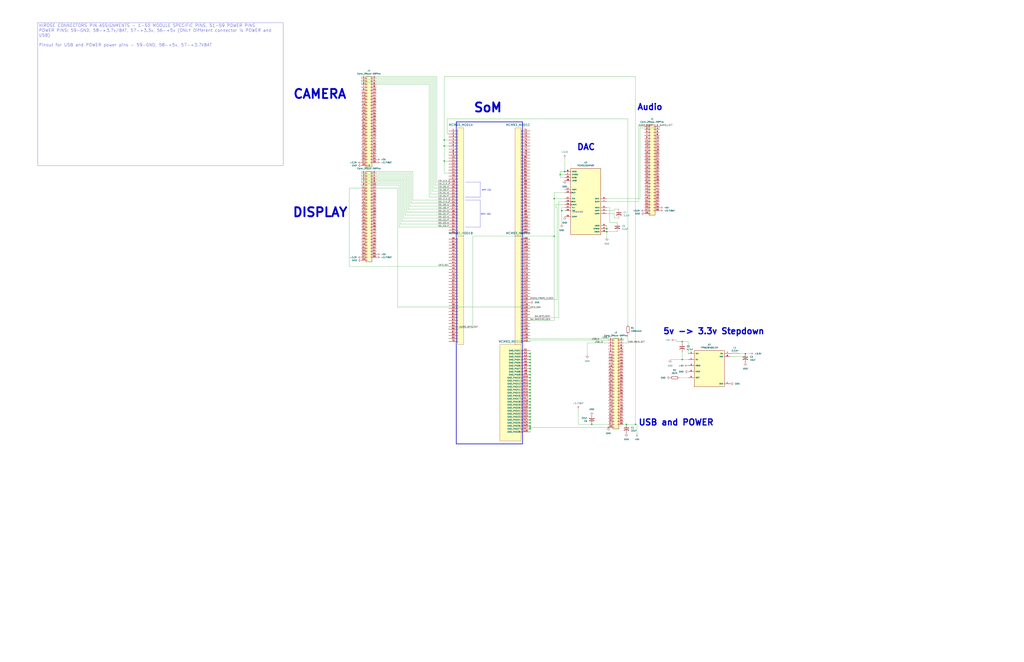
<source format=kicad_sch>
(kicad_sch (version 20250114) (generator "eeschema") (generator_version "9.0")
  (paper "User" 863.6 558.8)
  (lib_symbols
    (symbol "Connector_Generic:Conn_2Rows-59Pins" (pin_names (offset 1.016) (hide yes))
      (property "Reference" "J" (at 1.27 38.1 0))
      (property "Value" "Conn_2Rows-59Pins" (at 1.27 -40.64 0))
      (symbol "Conn_2Rows-59Pins_1_1"
        (pin passive line (at -5.08 35.56 0) (length 3.81) (name "Pin_1") (number "1"))
        (pin passive line (at -5.08 33.02 0) (length 3.81) (name "Pin_3") (number "3"))
        (pin passive line (at -5.08 30.48 0) (length 3.81) (name "Pin_5") (number "5"))
        (pin passive line (at -5.08 27.94 0) (length 3.81) (name "Pin_7") (number "7"))
        (pin passive line (at -5.08 25.4 0) (length 3.81) (name "Pin_9") (number "9"))
        (pin passive line (at -5.08 22.86 0) (length 3.81) (name "Pin_11") (number "11"))
        (pin passive line (at -5.08 20.32 0) (length 3.81) (name "Pin_13") (number "13"))
        (pin passive line (at -5.08 17.78 0) (length 3.81) (name "Pin_15") (number "15"))
        (pin passive line (at -5.08 15.24 0) (length 3.81) (name "Pin_17") (number "17"))
        (pin passive line (at -5.08 12.7 0) (length 3.81) (name "Pin_19") (number "19"))
        (pin passive line (at -5.08 10.16 0) (length 3.81) (name "Pin_21") (number "21"))
        (pin passive line (at -5.08 7.62 0) (length 3.81) (name "Pin_23") (number "23"))
        (pin passive line (at -5.08 5.08 0) (length 3.81) (name "Pin_25") (number "25"))
        (pin passive line (at -5.08 2.54 0) (length 3.81) (name "Pin_27") (number "27"))
        (pin passive line (at -5.08 0 0) (length 3.81) (name "Pin_29") (number "29"))
        (pin passive line (at -5.08 -2.54 0) (length 3.81) (name "Pin_31") (number "31"))
        (pin passive line (at -5.08 -5.08 0) (length 3.81) (name "Pin_33") (number "33"))
        (pin passive line (at -5.08 -7.62 0) (length 3.81) (name "Pin_35") (number "35"))
        (pin passive line (at -5.08 -10.16 0) (length 3.81) (name "Pin_37") (number "37"))
        (pin passive line (at -5.08 -12.7 0) (length 3.81) (name "Pin_39") (number "39"))
        (pin passive line (at -5.08 -15.24 0) (length 3.81) (name "Pin_41") (number "41"))
        (pin passive line (at -5.08 -17.78 0) (length 3.81) (name "Pin_43") (number "43"))
        (pin passive line (at -5.08 -20.32 0) (length 3.81) (name "Pin_45") (number "45"))
        (pin passive line (at -5.08 -22.86 0) (length 3.81) (name "Pin_47") (number "47"))
        (pin passive line (at -5.08 -25.4 0) (length 3.81) (name "Pin_49") (number "49"))
        (pin passive line (at -5.08 -27.94 0) (length 3.81) (name "Pin_51") (number "51"))
        (pin passive line (at -5.08 -30.48 0) (length 3.81) (name "Pin_53") (number "53"))
        (pin passive line (at -5.08 -33.02 0) (length 3.81) (name "Pin_55") (number "55"))
        (pin passive line (at -5.08 -35.56 0) (length 3.81) (name "Pin_57") (number "57"))
        (pin passive line (at -5.08 -38.1 0) (length 3.81) (name "Pin_59") (number "59"))
        (pin passive line (at 7.62 35.56 180) (length 3.81) (name "Pin_2") (number "2"))
        (pin passive line (at 7.62 33.02 180) (length 3.81) (name "Pin_4") (number "4"))
        (pin passive line (at 7.62 30.48 180) (length 3.81) (name "Pin_6") (number "6"))
        (pin passive line (at 7.62 27.94 180) (length 3.81) (name "Pin_8") (number "8"))
        (pin passive line (at 7.62 25.4 180) (length 3.81) (name "Pin_10") (number "10"))
        (pin passive line (at 7.62 22.86 180) (length 3.81) (name "Pin_12") (number "12"))
        (pin passive line (at 7.62 20.32 180) (length 3.81) (name "Pin_14") (number "14"))
        (pin passive line (at 7.62 17.78 180) (length 3.81) (name "Pin_16") (number "16"))
        (pin passive line (at 7.62 15.24 180) (length 3.81) (name "Pin_18") (number "18"))
        (pin passive line (at 7.62 12.7 180) (length 3.81) (name "Pin_20") (number "20"))
        (pin passive line (at 7.62 10.16 180) (length 3.81) (name "Pin_22") (number "22"))
        (pin passive line (at 7.62 7.62 180) (length 3.81) (name "Pin_24") (number "24"))
        (pin passive line (at 7.62 5.08 180) (length 3.81) (name "Pin_26") (number "26"))
        (pin passive line (at 7.62 2.54 180) (length 3.81) (name "Pin_28") (number "28"))
        (pin passive line (at 7.62 0 180) (length 3.81) (name "Pin_30") (number "30"))
        (pin passive line (at 7.62 -2.54 180) (length 3.81) (name "Pin_32") (number "32"))
        (pin passive line (at 7.62 -5.08 180) (length 3.81) (name "Pin_34") (number "34"))
        (pin passive line (at 7.62 -7.62 180) (length 3.81) (name "Pin_36") (number "36"))
        (pin passive line (at 7.62 -10.16 180) (length 3.81) (name "Pin_38") (number "38"))
        (pin passive line (at 7.62 -12.7 180) (length 3.81) (name "Pin_40") (number "40"))
        (pin passive line (at 7.62 -15.24 180) (length 3.81) (name "Pin_42") (number "42"))
        (pin passive line (at 7.62 -17.78 180) (length 3.81) (name "Pin_44") (number "44"))
        (pin passive line (at 7.62 -20.32 180) (length 3.81) (name "Pin_46") (number "46"))
        (pin passive line (at 7.62 -22.86 180) (length 3.81) (name "Pin_48") (number "48"))
        (pin passive line (at 7.62 -25.4 180) (length 3.81) (name "Pin_50") (number "50"))
        (pin passive line (at 7.62 -27.94 180) (length 3.81) (name "Pin_52") (number "52"))
        (pin passive line (at 7.62 -30.48 180) (length 3.81) (name "Pin_54") (number "54"))
        (pin passive line (at 7.62 -33.02 180) (length 3.81) (name "Pin_56") (number "56"))
        (pin passive line (at 7.62 -35.56 180) (length 3.81) (name "Pin_58") (number "58"))
      )
    )
    (symbol "Device:C_US" (pin_numbers (hide yes)) (pin_names (offset 0.254) (hide yes))
      (property "Reference" "C" (at 0.635 2.54 0))
      (property "Value" "C_US" (at 0.635 -2.54 0))
      (symbol "C_US_1_1"
        (pin passive line (at 0 3.81 270) (length 2.794) (name "~") (number "1"))
        (pin passive line (at 0 -3.81 90) (length 3.302) (name "~") (number "2"))
      )
    )
    (symbol "Device:L" (pin_numbers (hide yes)) (pin_names (offset 1.016) (hide yes))
      (property "Reference" "L" (at -1.27 0 90))
      (property "Value" "L" (at 1.905 0 90))
      (symbol "L_1_1"
        (pin passive line (at 0 3.81 270) (length 1.27) (name "1") (number "1"))
        (pin passive line (at 0 -3.81 90) (length 1.27) (name "2") (number "2"))
      )
    )
    (symbol "Device:R" (pin_numbers (hide yes)) (pin_names (offset 0))
      (property "Reference" "R" (at 2.032 0 90))
      (property "Value" "R" (at 0 0 90))
      (symbol "R_1_1"
        (pin passive line (at 0 3.81 270) (length 1.27) (name "~") (number "1"))
        (pin passive line (at 0 -3.81 90) (length 1.27) (name "~") (number "2"))
      )
    )
    (symbol "PCM5102APWR:PCM5102APWR" (pin_names (offset 1.016))
      (property "Reference" "U" (at -12.7 28.94 0))
      (property "Value" "PCM5102APWR" (at -12.7 -30.48 0))
      (symbol "PCM5102APWR_0_0"
        (pin power_in line (at -17.78 25.4 0) (length 5.08) (name "AVDD") (number "8"))
        (pin power_in line (at -17.78 22.86 0) (length 5.08) (name "CPVDD") (number "1"))
        (pin power_in line (at -17.78 20.32 0) (length 5.08) (name "DVDD") (number "20"))
        (pin power_in line (at -17.78 17.78 0) (length 5.08) (name "LDOO") (number "18"))
        (pin input line (at -17.78 10.16 0) (length 5.08) (name "XSMT") (number "17"))
        (pin input clock (at -17.78 7.62 0) (length 5.08) (name "SCK") (number "12"))
        (pin input line (at -17.78 2.54 0) (length 5.08) (name "DIN") (number "14"))
        (pin input clock (at -17.78 0 0) (length 5.08) (name "BCK") (number "13"))
        (pin input clock (at -17.78 -2.54 0) (length 5.08) (name "LRCK") (number "15"))
        (pin input line (at -17.78 -5.08 0) (length 5.08) (name "FLT") (number "11"))
        (pin input line (at -17.78 -7.62 0) (length 5.08) (name "FMT") (number "16"))
        (pin input line (at -17.78 -12.7 0) (length 5.08) (name "DEMP") (number "10"))
        (pin output line (at 17.78 2.54 180) (length 5.08) (name "OUTL") (number "6"))
        (pin output line (at 17.78 0 180) (length 5.08) (name "OUTR") (number "7"))
        (pin output line (at 17.78 -5.08 180) (length 5.08) (name "VNEG") (number "5"))
        (pin passive line (at 17.78 -7.62 180) (length 5.08) (name "CAPP") (number "2"))
        (pin passive line (at 17.78 -10.16 180) (length 5.08) (name "CAPM") (number "4"))
        (pin power_in line (at 17.78 -20.32 180) (length 5.08) (name "AGND") (number "9"))
        (pin power_in line (at 17.78 -22.86 180) (length 5.08) (name "CPGND") (number "3"))
        (pin power_in line (at 17.78 -25.4 180) (length 5.08) (name "DGND") (number "19"))
      )
    )
    (symbol "TPS62840DLCR:TPS62840DLCR" (pin_names (offset 1.016))
      (property "Reference" "U" (at -12.7 16.24 0))
      (property "Value" "TPS62840DLCR" (at -12.7 -19.24 0))
      (symbol "TPS62840DLCR_0_0"
        (pin power_in line (at -17.78 12.7 0) (length 5.08) (name "VIN") (number "2"))
        (pin input line (at -17.78 7.62 0) (length 5.08) (name "EN") (number "4"))
        (pin input line (at -17.78 2.54 0) (length 5.08) (name "MODE") (number "3"))
        (pin input line (at -17.78 -2.54 0) (length 5.08) (name "STOP") (number "6"))
        (pin input line (at -17.78 -7.62 0) (length 5.08) (name "VSET") (number "5"))
        (pin power_in line (at 17.78 12.7 180) (length 5.08) (name "SW") (number "7"))
        (pin input line (at 17.78 10.16 180) (length 5.08) (name "VOS") (number "8"))
        (pin power_in line (at 17.78 -12.7 180) (length 5.08) (name "GND") (number "1"))
      )
    )
    (symbol "mcm-imx93:MCM93_MOD"
      (property "Reference" "MCM93_MOD" (at 0 0 0))
      (symbol "MCM93_MOD_1_0"
        (pin passive inverted (at 12.7 -2.54 180) (length 7.62) (name "1") (number "1"))
        (pin passive inverted (at 12.7 -5.08 180) (length 7.62) (name "2") (number "2"))
        (pin passive inverted (at 12.7 -7.62 180) (length 7.62) (name "3") (number "3"))
        (pin passive inverted (at 12.7 -10.16 180) (length 7.62) (name "4") (number "4"))
        (pin passive inverted (at 12.7 -12.7 180) (length 7.62) (name "5") (number "5"))
        (pin passive inverted (at 12.7 -15.24 180) (length 7.62) (name "6") (number "6"))
        (pin passive inverted (at 12.7 -17.78 180) (length 7.62) (name "7") (number "7"))
        (pin passive inverted (at 12.7 -20.32 180) (length 7.62) (name "8") (number "8"))
        (pin passive inverted (at 12.7 -22.86 180) (length 7.62) (name "9") (number "9"))
        (pin passive inverted (at 12.7 -25.4 180) (length 7.62) (name "10") (number "10"))
        (pin passive inverted (at 12.7 -27.94 180) (length 7.62) (name "11") (number "11"))
        (pin passive inverted (at 12.7 -30.48 180) (length 7.62) (name "12") (number "12"))
        (pin passive inverted (at 12.7 -33.02 180) (length 7.62) (name "13") (number "13"))
        (pin passive inverted (at 12.7 -35.56 180) (length 7.62) (name "14") (number "14"))
        (pin passive inverted (at 12.7 -38.1 180) (length 7.62) (name "15") (number "15"))
        (pin passive inverted (at 12.7 -40.64 180) (length 7.62) (name "16") (number "16"))
        (pin passive inverted (at 12.7 -43.18 180) (length 7.62) (name "17") (number "17"))
        (pin passive inverted (at 12.7 -45.72 180) (length 7.62) (name "18") (number "18"))
        (pin passive inverted (at 12.7 -48.26 180) (length 7.62) (name "19") (number "19"))
        (pin passive inverted (at 12.7 -50.8 180) (length 7.62) (name "20") (number "20"))
        (pin passive inverted (at 12.7 -53.34 180) (length 7.62) (name "21") (number "21"))
        (pin passive inverted (at 12.7 -55.88 180) (length 7.62) (name "22") (number "22"))
        (pin passive inverted (at 12.7 -58.42 180) (length 7.62) (name "23") (number "23"))
        (pin passive inverted (at 12.7 -60.96 180) (length 7.62) (name "24") (number "24"))
        (pin passive inverted (at 12.7 -63.5 180) (length 7.62) (name "25") (number "25"))
        (pin passive inverted (at 12.7 -66.04 180) (length 7.62) (name "26") (number "26"))
        (pin passive inverted (at 12.7 -68.58 180) (length 7.62) (name "27") (number "27"))
        (pin passive inverted (at 12.7 -71.12 180) (length 7.62) (name "28") (number "28"))
        (pin passive inverted (at 12.7 -73.66 180) (length 7.62) (name "29") (number "29"))
        (pin passive inverted (at 12.7 -76.2 180) (length 7.62) (name "30") (number "30"))
        (pin passive inverted (at 12.7 -78.74 180) (length 7.62) (name "31") (number "31"))
        (pin passive inverted (at 12.7 -81.28 180) (length 7.62) (name "32") (number "32"))
        (pin passive inverted (at 12.7 -83.82 180) (length 7.62) (name "33") (number "33"))
        (pin passive inverted (at 12.7 -86.36 180) (length 7.62) (name "34") (number "34"))
        (pin passive inverted (at 12.7 -88.9 180) (length 7.62) (name "35") (number "35"))
      )
      (symbol "MCM93_MOD_2_0"
        (pin passive inverted (at 12.7 -2.54 180) (length 7.62) (name "1") (number "36"))
        (pin passive inverted (at 12.7 -5.08 180) (length 7.62) (name "2") (number "37"))
        (pin passive inverted (at 12.7 -7.62 180) (length 7.62) (name "3") (number "38"))
        (pin passive inverted (at 12.7 -10.16 180) (length 7.62) (name "4") (number "39"))
        (pin passive inverted (at 12.7 -12.7 180) (length 7.62) (name "5") (number "40"))
        (pin passive inverted (at 12.7 -15.24 180) (length 7.62) (name "6") (number "41"))
        (pin passive inverted (at 12.7 -17.78 180) (length 7.62) (name "7") (number "42"))
        (pin passive inverted (at 12.7 -20.32 180) (length 7.62) (name "8") (number "43"))
        (pin passive inverted (at 12.7 -22.86 180) (length 7.62) (name "9") (number "44"))
        (pin passive inverted (at 12.7 -25.4 180) (length 7.62) (name "10") (number "45"))
        (pin passive inverted (at 12.7 -27.94 180) (length 7.62) (name "11") (number "46"))
        (pin passive inverted (at 12.7 -30.48 180) (length 7.62) (name "12") (number "47"))
        (pin passive inverted (at 12.7 -33.02 180) (length 7.62) (name "13") (number "48"))
        (pin passive inverted (at 12.7 -35.56 180) (length 7.62) (name "14") (number "49"))
        (pin passive inverted (at 12.7 -38.1 180) (length 7.62) (name "15") (number "50"))
        (pin passive inverted (at 12.7 -40.64 180) (length 7.62) (name "16") (number "51"))
        (pin passive inverted (at 12.7 -43.18 180) (length 7.62) (name "17") (number "52"))
        (pin passive inverted (at 12.7 -45.72 180) (length 7.62) (name "18") (number "53"))
        (pin passive inverted (at 12.7 -48.26 180) (length 7.62) (name "19") (number "54"))
        (pin passive inverted (at 12.7 -50.8 180) (length 7.62) (name "20") (number "55"))
        (pin passive inverted (at 12.7 -53.34 180) (length 7.62) (name "21") (number "56"))
        (pin passive inverted (at 12.7 -55.88 180) (length 7.62) (name "22") (number "57"))
        (pin passive inverted (at 12.7 -58.42 180) (length 7.62) (name "23") (number "58"))
        (pin passive inverted (at 12.7 -60.96 180) (length 7.62) (name "24") (number "59"))
        (pin passive inverted (at 12.7 -63.5 180) (length 7.62) (name "25") (number "60"))
        (pin passive inverted (at 12.7 -66.04 180) (length 7.62) (name "26") (number "61"))
        (pin passive inverted (at 12.7 -68.58 180) (length 7.62) (name "27") (number "62"))
        (pin passive inverted (at 12.7 -71.12 180) (length 7.62) (name "28") (number "63"))
        (pin passive inverted (at 12.7 -73.66 180) (length 7.62) (name "29") (number "64"))
        (pin passive inverted (at 12.7 -76.2 180) (length 7.62) (name "30") (number "65"))
        (pin passive inverted (at 12.7 -78.74 180) (length 7.62) (name "31") (number "66"))
        (pin passive inverted (at 12.7 -81.28 180) (length 7.62) (name "32") (number "67"))
        (pin passive inverted (at 12.7 -83.82 180) (length 7.62) (name "33") (number "68"))
        (pin passive inverted (at 12.7 -86.36 180) (length 7.62) (name "34") (number "69"))
        (pin passive inverted (at 12.7 -88.9 180) (length 7.62) (name "35") (number "70"))
      )
      (symbol "MCM93_MOD_3_0"
        (pin passive inverted (at 12.7 -2.54 180) (length 7.62) (name "1") (number "71"))
        (pin passive inverted (at 12.7 -5.08 180) (length 7.62) (name "2") (number "72"))
        (pin passive inverted (at 12.7 -7.62 180) (length 7.62) (name "3") (number "73"))
        (pin passive inverted (at 12.7 -10.16 180) (length 7.62) (name "4") (number "74"))
        (pin passive inverted (at 12.7 -12.7 180) (length 7.62) (name "5") (number "75"))
        (pin passive inverted (at 12.7 -15.24 180) (length 7.62) (name "6") (number "76"))
        (pin passive inverted (at 12.7 -17.78 180) (length 7.62) (name "7") (number "77"))
        (pin passive inverted (at 12.7 -20.32 180) (length 7.62) (name "8") (number "78"))
        (pin passive inverted (at 12.7 -22.86 180) (length 7.62) (name "9") (number "79"))
        (pin passive inverted (at 12.7 -25.4 180) (length 7.62) (name "10") (number "80"))
        (pin passive inverted (at 12.7 -27.94 180) (length 7.62) (name "11") (number "81"))
        (pin passive inverted (at 12.7 -30.48 180) (length 7.62) (name "12") (number "82"))
        (pin passive inverted (at 12.7 -33.02 180) (length 7.62) (name "13") (number "83"))
        (pin passive inverted (at 12.7 -35.56 180) (length 7.62) (name "14") (number "84"))
        (pin passive inverted (at 12.7 -38.1 180) (length 7.62) (name "15") (number "85"))
        (pin passive inverted (at 12.7 -40.64 180) (length 7.62) (name "16") (number "86"))
        (pin passive inverted (at 12.7 -43.18 180) (length 7.62) (name "17") (number "87"))
        (pin passive inverted (at 12.7 -45.72 180) (length 7.62) (name "18") (number "88"))
        (pin passive inverted (at 12.7 -48.26 180) (length 7.62) (name "19") (number "89"))
        (pin passive inverted (at 12.7 -50.8 180) (length 7.62) (name "20") (number "90"))
        (pin passive inverted (at 12.7 -53.34 180) (length 7.62) (name "21") (number "91"))
        (pin passive inverted (at 12.7 -55.88 180) (length 7.62) (name "22") (number "92"))
        (pin passive inverted (at 12.7 -58.42 180) (length 7.62) (name "23") (number "93"))
        (pin passive inverted (at 12.7 -60.96 180) (length 7.62) (name "24") (number "94"))
        (pin passive inverted (at 12.7 -63.5 180) (length 7.62) (name "25") (number "95"))
        (pin passive inverted (at 12.7 -66.04 180) (length 7.62) (name "26") (number "96"))
        (pin passive inverted (at 12.7 -68.58 180) (length 7.62) (name "27") (number "97"))
        (pin passive inverted (at 12.7 -71.12 180) (length 7.62) (name "28") (number "98"))
        (pin passive inverted (at 12.7 -73.66 180) (length 7.62) (name "29") (number "99"))
        (pin passive inverted (at 12.7 -76.2 180) (length 7.62) (name "30") (number "100"))
        (pin passive inverted (at 12.7 -78.74 180) (length 7.62) (name "31") (number "101"))
        (pin passive inverted (at 12.7 -81.28 180) (length 7.62) (name "32") (number "102"))
        (pin passive inverted (at 12.7 -83.82 180) (length 7.62) (name "33") (number "103"))
        (pin passive inverted (at 12.7 -86.36 180) (length 7.62) (name "34") (number "104"))
        (pin passive inverted (at 12.7 -88.9 180) (length 7.62) (name "35") (number "105"))
      )
      (symbol "MCM93_MOD_4_0"
        (pin passive inverted (at 12.7 -2.54 180) (length 7.62) (name "1") (number "106"))
        (pin passive inverted (at 12.7 -5.08 180) (length 7.62) (name "2") (number "107"))
        (pin passive inverted (at 12.7 -7.62 180) (length 7.62) (name "3") (number "108"))
        (pin passive inverted (at 12.7 -10.16 180) (length 7.62) (name "4") (number "109"))
        (pin passive inverted (at 12.7 -12.7 180) (length 7.62) (name "5") (number "110"))
        (pin passive inverted (at 12.7 -15.24 180) (length 7.62) (name "6") (number "111"))
        (pin passive inverted (at 12.7 -17.78 180) (length 7.62) (name "7") (number "112"))
        (pin passive inverted (at 12.7 -20.32 180) (length 7.62) (name "8") (number "113"))
        (pin passive inverted (at 12.7 -22.86 180) (length 7.62) (name "9") (number "114"))
        (pin passive inverted (at 12.7 -25.4 180) (length 7.62) (name "10") (number "115"))
        (pin passive inverted (at 12.7 -27.94 180) (length 7.62) (name "11") (number "116"))
        (pin passive inverted (at 12.7 -30.48 180) (length 7.62) (name "12") (number "117"))
        (pin passive inverted (at 12.7 -33.02 180) (length 7.62) (name "13") (number "118"))
        (pin passive inverted (at 12.7 -35.56 180) (length 7.62) (name "14") (number "119"))
        (pin passive inverted (at 12.7 -38.1 180) (length 7.62) (name "15") (number "120"))
        (pin passive inverted (at 12.7 -40.64 180) (length 7.62) (name "16") (number "121"))
        (pin passive inverted (at 12.7 -43.18 180) (length 7.62) (name "17") (number "122"))
        (pin passive inverted (at 12.7 -45.72 180) (length 7.62) (name "18") (number "123"))
        (pin passive inverted (at 12.7 -48.26 180) (length 7.62) (name "19") (number "124"))
        (pin passive inverted (at 12.7 -50.8 180) (length 7.62) (name "20") (number "125"))
        (pin passive inverted (at 12.7 -53.34 180) (length 7.62) (name "21") (number "126"))
        (pin passive inverted (at 12.7 -55.88 180) (length 7.62) (name "22") (number "127"))
        (pin passive inverted (at 12.7 -58.42 180) (length 7.62) (name "23") (number "128"))
        (pin passive inverted (at 12.7 -60.96 180) (length 7.62) (name "24") (number "129"))
        (pin passive inverted (at 12.7 -63.5 180) (length 7.62) (name "25") (number "130"))
        (pin passive inverted (at 12.7 -66.04 180) (length 7.62) (name "26") (number "131"))
        (pin passive inverted (at 12.7 -68.58 180) (length 7.62) (name "27") (number "132"))
        (pin passive inverted (at 12.7 -71.12 180) (length 7.62) (name "28") (number "133"))
        (pin passive inverted (at 12.7 -73.66 180) (length 7.62) (name "29") (number "134"))
        (pin passive inverted (at 12.7 -76.2 180) (length 7.62) (name "30") (number "135"))
        (pin passive inverted (at 12.7 -78.74 180) (length 7.62) (name "31") (number "136"))
        (pin passive inverted (at 12.7 -81.28 180) (length 7.62) (name "32") (number "137"))
        (pin passive inverted (at 12.7 -83.82 180) (length 7.62) (name "33") (number "138"))
        (pin passive inverted (at 12.7 -86.36 180) (length 7.62) (name "34") (number "139"))
        (pin passive inverted (at 12.7 -88.9 180) (length 7.62) (name "35") (number "140"))
      )
      (symbol "MCM93_MOD_5_0"
        (pin passive inverted (at 25.4 -5.08 180) (length 7.62) (name "GND_PAD1") (number "G1"))
        (pin passive inverted (at 25.4 -7.62 180) (length 7.62) (name "GND_PAD2") (number "G2"))
        (pin passive inverted (at 25.4 -10.16 180) (length 7.62) (name "GND_PAD3") (number "G3"))
        (pin passive inverted (at 25.4 -12.7 180) (length 7.62) (name "GND_PAD4") (number "G4"))
        (pin passive inverted (at 25.4 -15.24 180) (length 7.62) (name "GND_PAD5") (number "G5"))
        (pin passive inverted (at 25.4 -17.78 180) (length 7.62) (name "GND_PAD6") (number "G6"))
        (pin passive inverted (at 25.4 -20.32 180) (length 7.62) (name "GND_PAD7") (number "G7"))
        (pin passive inverted (at 25.4 -22.86 180) (length 7.62) (name "GND_PAD8") (number "G8"))
        (pin passive inverted (at 25.4 -25.4 180) (length 7.62) (name "GND_PAD9") (number "G9"))
        (pin passive inverted (at 25.4 -27.94 180) (length 7.62) (name "GND_PAD10") (number "G10"))
        (pin passive inverted (at 25.4 -30.48 180) (length 7.62) (name "GND_PAD11") (number "G11"))
        (pin passive inverted (at 25.4 -33.02 180) (length 7.62) (name "GND_PAD12") (number "G12"))
        (pin passive inverted (at 25.4 -35.56 180) (length 7.62) (name "GND_PAD13") (number "G13"))
        (pin passive inverted (at 25.4 -38.1 180) (length 7.62) (name "GND_PAD14") (number "G14"))
        (pin passive inverted (at 25.4 -40.64 180) (length 7.62) (name "GND_PAD15") (number "G15"))
        (pin passive inverted (at 25.4 -43.18 180) (length 7.62) (name "GND_PAD16") (number "G16"))
        (pin passive inverted (at 25.4 -45.72 180) (length 7.62) (name "GND_PAD17") (number "G17"))
        (pin passive inverted (at 25.4 -48.26 180) (length 7.62) (name "GND_PAD18") (number "G18"))
        (pin passive inverted (at 25.4 -50.8 180) (length 7.62) (name "GND_PAD19") (number "G19"))
        (pin passive inverted (at 25.4 -53.34 180) (length 7.62) (name "GND_PAD20") (number "G20"))
        (pin passive inverted (at 25.4 -55.88 180) (length 7.62) (name "GND_PAD21") (number "G21"))
        (pin passive inverted (at 25.4 -58.42 180) (length 7.62) (name "GND_PAD22") (number "G22"))
        (pin passive inverted (at 25.4 -60.96 180) (length 7.62) (name "GND_PAD23") (number "G23"))
        (pin passive inverted (at 25.4 -63.5 180) (length 7.62) (name "GND_PAD24") (number "G24"))
        (pin passive inverted (at 25.4 -66.04 180) (length 7.62) (name "GND_PAD25") (number "G25"))
        (pin passive inverted (at 25.4 -68.58 180) (length 7.62) (name "GND_PAD26") (number "G26"))
        (pin passive inverted (at 25.4 -71.12 180) (length 7.62) (name "GND_PAD27") (number "G27"))
        (pin passive inverted (at 25.4 -73.66 180) (length 7.62) (name "GND_PAD28") (number "G28"))
      )
    )
    (symbol "power:+3.3V" (power) (pin_numbers (hide yes)) (pin_names (offset 0) (hide yes))
      (property "Value" "+3.3V" (at 0 3.556 0))
      (symbol "+3.3V_1_1"
        (pin power_in line (at 0 0 90) (length 0) (name "~") (number "1"))
      )
    )
    (symbol "power:+5V" (power) (pin_numbers (hide yes)) (pin_names (offset 0) (hide yes))
      (property "Value" "+5V" (at 0 3.556 0))
      (symbol "+5V_1_1"
        (pin power_in line (at 0 0 90) (length 0) (name "~") (number "1"))
      )
    )
    (symbol "power:GND" (power) (pin_numbers (hide yes)) (pin_names (offset 0) (hide yes))
      (property "Value" "GND" (at 0 -3.81 0))
      (symbol "GND_1_1"
        (pin power_in line (at 0 0 270) (length 0) (name "~") (number "1"))
      )
    )
  )
  (rectangle (start 384.81 102.87) (end 440.69 374.65) (stroke (width 0.508)))
  (text "MIPI CSI" (at 410.21 160.528 0) (effects (font (size 1.27 1.27))))
  (text "DAC" (at 494.284 124.206 0) (effects (font (size 5.08 5.08) (thickness 1.016) (bold yes))))
  (text "SoM" (at 411.48 90.932 0) (effects (font (size 7.62 7.62) (thickness 1.524) (bold yes))))
  (text "MIPI-DSI" (at 409.702 180.848 0) (effects (font (size 1.27 1.27))))
  (text "5v -> 3.3v Stepdown" (at 601.98 279.654 0) (effects (font (size 5.08 5.08) (thickness 1.016) (bold yes))))
  (text "USB and POWER" (at 570.23 356.616 0) (effects (font (size 5.08 5.08) (thickness 1.016) (bold yes))))
  (text "Audio" (at 548.132 90.424 0) (effects (font (size 5.08 5.08) (thickness 1.016) (bold yes))))
  (text "Low to get I2C Format" (at 487.172 179.07 0) (effects (font (size 0.508 0.508))))
  (text "DISPLAY" (at 270.002 179.324 0) (effects (font (size 7.62 7.62) (thickness 1.524) (bold yes))))
  (text "CAMERA" (at 269.748 79.502 0) (effects (font (size 7.62 7.62) (thickness 1.524) (bold yes))))
  (text_box "HIROSE CONNECTORS PIN ASSIGNMENTS - 1-50 MODULE SPECIFIC PINS, 51-59 POWER PINS\nPOWER PINS: 59-GND, 58-+3.7v/BAT, 57-+3.3v, 56-+5v (ONLY Different connector is POWER and USB)\n\nPinout for USB and POWER power pins - 59-GND, 58-+5v, 57-+3.7VBAT" (at 31.75 19.05 0) (size 207.01 120.65) (margins 0.9525 0.9525 0.9525 0.9525) (effects (font (size 2.54 2.54)) (justify left top)))
  (junction (at 447.04 306.07))
  (junction (at 628.65 298.45))
  (junction (at 447.04 323.85))
  (junction (at 467.36 199.39))
  (junction (at 499.11 358.14))
  (junction (at 374.65 123.19))
  (junction (at 447.04 321.31))
  (junction (at 447.04 354.33))
  (junction (at 513.08 360.68))
  (junction (at 447.04 303.53))
  (junction (at 535.94 358.14))
  (junction (at 447.04 300.99))
  (junction (at 511.81 193.04))
  (junction (at 575.31 288.29))
  (junction (at 447.04 359.41))
  (junction (at 447.04 311.15))
  (junction (at 447.04 341.63))
  (junction (at 447.04 318.77))
  (junction (at 447.04 328.93))
  (junction (at 528.32 358.14))
  (junction (at 473.71 177.8))
  (junction (at 467.36 167.64))
  (junction (at 447.04 334.01))
  (junction (at 447.04 331.47))
  (junction (at 447.04 313.69))
  (junction (at 447.04 344.17))
  (junction (at 511.81 195.58))
  (junction (at 374.65 118.11))
  (junction (at 447.04 360.68))
  (junction (at 447.04 316.23))
  (junction (at 447.04 346.71))
  (junction (at 447.04 356.87))
  (junction (at 447.04 351.79))
  (junction (at 476.25 144.78))
  (junction (at 447.04 361.95))
  (junction (at 447.04 339.09))
  (junction (at 575.31 303.53))
  (junction (at 447.04 326.39))
  (junction (at 447.04 336.55))
  (junction (at 447.04 349.25))
  (junction (at 447.04 308.61))
  (junction (at 374.65 135.89))
  (junction (at 447.04 298.45))
  (junction (at 472.44 147.32))
  (wire (pts (xy 378.46 173.99) (xy 345.44 173.99)))
  (wire (pts (xy 447.04 295.91) (xy 447.04 298.45)))
  (wire (pts (xy 535.94 64.77) (xy 535.94 358.14)))
  (wire (pts (xy 539.75 107.95) (xy 556.26 107.95)))
  (wire (pts (xy 518.16 184.15) (xy 521.97 184.15)))
  (wire (pts (xy 447.04 259.08) (xy 335.28 259.08)))
  (wire (pts (xy 447.04 321.31) (xy 447.04 323.85)))
  (wire (pts (xy 447.04 359.41) (xy 447.04 360.68)))
  (wire (pts (xy 447.04 267.97) (xy 471.17 267.97)))
  (wire (pts (xy 528.32 358.14) (xy 535.94 358.14)))
  (wire (pts (xy 317.5 68.58) (xy 364.49 68.58)))
  (wire (pts (xy 568.96 287.02) (xy 570.23 287.02)))
  (wire (pts (xy 518.16 177.8) (xy 518.16 176.53)))
  (wire (pts (xy 447.04 346.71) (xy 447.04 349.25)))
  (wire (pts (xy 378.46 118.11) (xy 374.65 118.11)))
  (wire (pts (xy 294.64 158.75) (xy 304.8 158.75)))
  (wire (pts (xy 337.82 189.23) (xy 378.46 189.23)))
  (wire (pts (xy 367.03 156.21) (xy 367.03 66.04)))
  (wire (pts (xy 447.04 311.15) (xy 447.04 313.69)))
  (wire (pts (xy 467.36 167.64) (xy 476.25 167.64)))
  (wire (pts (xy 469.9 252.73) (xy 469.9 175.26)))
  (wire (pts (xy 365.76 158.75) (xy 378.46 158.75)))
  (wire (pts (xy 471.17 267.97) (xy 471.17 170.18)))
  (wire (pts (xy 342.9 149.86) (xy 304.8 149.86)))
  (wire (pts (xy 340.36 152.4) (xy 304.8 152.4)))
  (wire (pts (xy 447.04 287.02) (xy 447.04 288.29)))
  (wire (pts (xy 304.8 149.86) (xy 304.8 151.13)))
  (wire (pts (xy 525.78 287.02) (xy 525.78 285.75)))
  (wire (pts (xy 377.19 100.33) (xy 377.19 113.03)))
  (wire (pts (xy 538.48 170.18) (xy 538.48 106.68)))
  (wire (pts (xy 378.46 146.05) (xy 374.65 146.05)))
  (polyline (pts (xy 392.43 153.67) (xy 405.13 153.67)))
  (wire (pts (xy 476.25 175.26) (xy 473.71 175.26)))
  (wire (pts (xy 537.21 365.76) (xy 537.21 358.14)))
  (wire (pts (xy 341.63 151.13) (xy 341.63 181.61)))
  (wire (pts (xy 487.68 345.44) (xy 487.68 358.14)))
  (wire (pts (xy 471.17 170.18) (xy 476.25 170.18)))
  (wire (pts (xy 447.04 316.23) (xy 447.04 318.77)))
  (wire (pts (xy 374.65 64.77) (xy 535.94 64.77)))
  (wire (pts (xy 472.44 144.78) (xy 476.25 144.78)))
  (wire (pts (xy 447.04 351.79) (xy 447.04 354.33)))
  (wire (pts (xy 304.8 152.4) (xy 304.8 153.67)))
  (wire (pts (xy 556.26 107.95) (xy 556.26 106.68)))
  (wire (pts (xy 374.65 123.19) (xy 374.65 135.89)))
  (wire (pts (xy 476.25 162.56) (xy 467.36 162.56)))
  (wire (pts (xy 570.23 288.29) (xy 575.31 288.29)))
  (wire (pts (xy 378.46 171.45) (xy 346.71 171.45)))
  (wire (pts (xy 447.04 326.39) (xy 447.04 328.93)))
  (wire (pts (xy 628.65 298.45) (xy 632.46 298.45)))
  (wire (pts (xy 447.04 360.68) (xy 447.04 361.95)))
  (wire (pts (xy 575.31 303.53) (xy 580.39 303.53)))
  (polyline (pts (xy 405.13 168.91) (xy 405.13 191.77)))
  (wire (pts (xy 529.59 289.56) (xy 529.59 281.94)))
  (wire (pts (xy 447.04 323.85) (xy 447.04 326.39)))
  (wire (pts (xy 368.3 64.77) (xy 304.8 64.77)))
  (wire (pts (xy 525.78 289.56) (xy 529.59 289.56)))
  (wire (pts (xy 317.5 151.13) (xy 341.63 151.13)))
  (wire (pts (xy 467.36 162.56) (xy 467.36 167.64)))
  (wire (pts (xy 374.65 118.11) (xy 374.65 123.19)))
  (wire (pts (xy 374.65 135.89) (xy 374.65 146.05)))
  (wire (pts (xy 570.23 287.02) (xy 570.23 288.29)))
  (wire (pts (xy 447.04 349.25) (xy 447.04 351.79)))
  (polyline (pts (xy 405.13 153.67) (xy 405.13 166.37)))
  (wire (pts (xy 378.46 153.67) (xy 368.3 153.67)))
  (wire (pts (xy 472.44 147.32) (xy 472.44 144.78)))
  (wire (pts (xy 513.08 358.14) (xy 499.11 358.14)))
  (wire (pts (xy 340.36 184.15) (xy 340.36 152.4)))
  (wire (pts (xy 476.25 133.35) (xy 476.25 144.78)))
  (wire (pts (xy 539.75 167.64) (xy 539.75 107.95)))
  (wire (pts (xy 398.78 276.86) (xy 398.78 199.39)))
  (wire (pts (xy 304.8 64.77) (xy 304.8 66.04)))
  (wire (pts (xy 447.04 336.55) (xy 447.04 339.09)))
  (wire (pts (xy 344.17 148.59) (xy 317.5 148.59)))
  (wire (pts (xy 344.17 176.53) (xy 344.17 148.59)))
  (wire (pts (xy 447.04 318.77) (xy 447.04 321.31)))
  (wire (pts (xy 368.3 153.67) (xy 368.3 64.77)))
  (wire (pts (xy 447.04 331.47) (xy 447.04 334.01)))
  (wire (pts (xy 518.16 176.53) (xy 521.97 176.53)))
  (wire (pts (xy 615.95 300.99) (xy 628.65 300.99)))
  (wire (pts (xy 378.46 176.53) (xy 344.17 176.53)))
  (wire (pts (xy 447.04 334.01) (xy 447.04 336.55)))
  (wire (pts (xy 377.19 113.03) (xy 378.46 113.03)))
  (wire (pts (xy 447.04 354.33) (xy 447.04 356.87)))
  (wire (pts (xy 335.28 259.08) (xy 335.28 158.75)))
  (wire (pts (xy 447.04 339.09) (xy 447.04 341.63)))
  (wire (pts (xy 511.81 175.26) (xy 514.35 175.26)))
  (wire (pts (xy 495.3 289.56) (xy 495.3 299.72)))
  (wire (pts (xy 513.08 289.56) (xy 495.3 289.56)))
  (wire (pts (xy 378.46 224.79) (xy 294.64 224.79)))
  (wire (pts (xy 476.25 149.86) (xy 472.44 149.86)))
  (wire (pts (xy 317.5 156.21) (xy 336.55 156.21)))
  (wire (pts (xy 304.8 144.78) (xy 304.8 146.05)))
  (wire (pts (xy 447.04 361.95) (xy 447.04 364.49)))
  (wire (pts (xy 378.46 123.19) (xy 374.65 123.19)))
  (wire (pts (xy 538.48 106.68) (xy 543.56 106.68)))
  (wire (pts (xy 447.04 328.93) (xy 447.04 331.47)))
  (wire (pts (xy 363.22 69.85) (xy 304.8 69.85)))
  (wire (pts (xy 447.04 360.68) (xy 513.08 360.68)))
  (wire (pts (xy 518.16 180.34) (xy 518.16 184.15)))
  (wire (pts (xy 363.22 163.83) (xy 378.46 163.83)))
  (wire (pts (xy 565.15 303.53) (xy 575.31 303.53)))
  (wire (pts (xy 469.9 252.73) (xy 447.04 252.73)))
  (wire (pts (xy 447.04 344.17) (xy 447.04 346.71)))
  (wire (pts (xy 447.04 303.53) (xy 447.04 306.07)))
  (wire (pts (xy 513.08 287.02) (xy 447.04 287.02)))
  (wire (pts (xy 447.04 298.45) (xy 447.04 300.99)))
  (wire (pts (xy 537.21 358.14) (xy 535.94 358.14)))
  (wire (pts (xy 367.03 156.21) (xy 378.46 156.21)))
  (wire (pts (xy 304.8 154.94) (xy 304.8 156.21)))
  (wire (pts (xy 339.09 153.67) (xy 339.09 186.69)))
  (wire (pts (xy 447.04 341.63) (xy 447.04 344.17)))
  (wire (pts (xy 335.28 158.75) (xy 317.5 158.75)))
  (wire (pts (xy 529.59 274.32) (xy 529.59 100.33)))
  (wire (pts (xy 575.31 288.29) (xy 575.31 289.56)))
  (wire (pts (xy 345.44 173.99) (xy 345.44 147.32)))
  (wire (pts (xy 378.46 184.15) (xy 340.36 184.15)))
  (wire (pts (xy 363.22 163.83) (xy 363.22 69.85)))
  (wire (pts (xy 575.31 297.18) (xy 575.31 303.53)))
  (wire (pts (xy 447.04 300.99) (xy 447.04 303.53)))
  (wire (pts (xy 304.8 147.32) (xy 304.8 148.59)))
  (wire (pts (xy 511.81 195.58) (xy 520.7 195.58)))
  (wire (pts (xy 499.11 358.14) (xy 487.68 358.14)))
  (wire (pts (xy 476.25 177.8) (xy 473.71 177.8)))
  (wire (pts (xy 447.04 308.61) (xy 447.04 311.15)))
  (wire (pts (xy 628.65 300.99) (xy 628.65 298.45)))
  (wire (pts (xy 572.77 318.77) (xy 580.39 318.77)))
  (wire (pts (xy 317.5 71.12) (xy 361.95 71.12)))
  (wire (pts (xy 472.44 147.32) (xy 476.25 147.32)))
  (wire (pts (xy 345.44 147.32) (xy 304.8 147.32)))
  (polyline (pts (xy 392.43 168.91) (xy 405.13 168.91)))
  (wire (pts (xy 361.95 71.12) (xy 361.95 166.37)))
  (polyline (pts (xy 392.43 166.37) (xy 405.13 166.37)))
  (wire (pts (xy 511.81 177.8) (xy 518.16 177.8)))
  (wire (pts (xy 317.5 153.67) (xy 339.09 153.67)))
  (wire (pts (xy 294.64 224.79) (xy 294.64 158.75)))
  (wire (pts (xy 361.95 166.37) (xy 378.46 166.37)))
  (wire (pts (xy 525.78 285.75) (xy 447.04 285.75)))
  (wire (pts (xy 514.35 187.96) (xy 520.7 187.96)))
  (wire (pts (xy 472.44 149.86) (xy 472.44 147.32)))
  (wire (pts (xy 346.71 171.45) (xy 346.71 146.05)))
  (wire (pts (xy 337.82 189.23) (xy 337.82 154.94)))
  (wire (pts (xy 364.49 161.29) (xy 378.46 161.29)))
  (wire (pts (xy 473.71 177.8) (xy 473.71 189.23)))
  (wire (pts (xy 378.46 135.89) (xy 374.65 135.89)))
  (wire (pts (xy 447.04 356.87) (xy 447.04 359.41)))
  (wire (pts (xy 347.98 144.78) (xy 304.8 144.78)))
  (wire (pts (xy 304.8 69.85) (xy 304.8 71.12)))
  (wire (pts (xy 467.36 199.39) (xy 467.36 270.51)))
  (wire (pts (xy 337.82 154.94) (xy 304.8 154.94)))
  (wire (pts (xy 473.71 175.26) (xy 473.71 177.8)))
  (wire (pts (xy 514.35 175.26) (xy 514.35 187.96)))
  (wire (pts (xy 364.49 68.58) (xy 364.49 161.29)))
  (wire (pts (xy 339.09 186.69) (xy 378.46 186.69)))
  (wire (pts (xy 529.59 100.33) (xy 377.19 100.33)))
  (wire (pts (xy 511.81 170.18) (xy 538.48 170.18)))
  (wire (pts (xy 468.63 175.26) (xy 468.63 172.72)))
  (wire (pts (xy 336.55 191.77) (xy 378.46 191.77)))
  (wire (pts (xy 378.46 276.86) (xy 398.78 276.86)))
  (wire (pts (xy 623.57 298.45) (xy 628.65 298.45)))
  (wire (pts (xy 469.9 175.26) (xy 468.63 175.26)))
  (wire (pts (xy 341.63 181.61) (xy 378.46 181.61)))
  (wire (pts (xy 365.76 67.31) (xy 304.8 67.31)))
  (wire (pts (xy 511.81 167.64) (xy 539.75 167.64)))
  (wire (pts (xy 365.76 158.75) (xy 365.76 67.31)))
  (wire (pts (xy 304.8 67.31) (xy 304.8 68.58)))
  (wire (pts (xy 447.04 306.07) (xy 447.04 308.61)))
  (wire (pts (xy 347.98 168.91) (xy 378.46 168.91)))
  (wire (pts (xy 511.81 180.34) (xy 518.16 180.34)))
  (wire (pts (xy 336.55 156.21) (xy 336.55 191.77)))
  (wire (pts (xy 511.81 193.04) (xy 511.81 195.58)))
  (wire (pts (xy 342.9 179.07) (xy 342.9 149.86)))
  (polyline (pts (xy 392.43 191.77) (xy 405.13 191.77)))
  (wire (pts (xy 511.81 190.5) (xy 511.81 193.04)))
  (wire (pts (xy 468.63 172.72) (xy 476.25 172.72)))
  (wire (pts (xy 374.65 64.77) (xy 374.65 118.11)))
  (wire (pts (xy 347.98 168.91) (xy 347.98 144.78)))
  (wire (pts (xy 447.04 313.69) (xy 447.04 316.23)))
  (wire (pts (xy 580.39 288.29) (xy 575.31 288.29)))
  (wire (pts (xy 467.36 167.64) (xy 467.36 199.39)))
  (wire (pts (xy 378.46 179.07) (xy 342.9 179.07)))
  (wire (pts (xy 447.04 260.35) (xy 447.04 259.08)))
  (wire (pts (xy 346.71 146.05) (xy 317.5 146.05)))
  (wire (pts (xy 367.03 66.04) (xy 317.5 66.04)))
  (wire (pts (xy 525.78 358.14) (xy 528.32 358.14)))
  (wire (pts (xy 378.46 278.13) (xy 378.46 276.86)))
  (wire (pts (xy 467.36 270.51) (xy 447.04 270.51)))
  (wire (pts (xy 398.78 199.39) (xy 467.36 199.39)))
  (wire (pts (xy 580.39 298.45) (xy 580.39 288.29)))
  (wire (pts (xy 511.81 195.58) (xy 511.81 200.66)))
  (label "SAI_MASTERCLOCK" (at 447.04 270.51 0))
  (label "USB_P" (at 508 285.75 0))
  (label "CSI_D1_P" (at 369.57 166.37 0))
  (label "CSI_D1_N" (at 369.57 163.83 0))
  (label "AUDIO_DATA_OUT" (at 387.35 276.86 0))
  (label "DSI_D1_N" (at 369.57 179.07 0))
  (label "CSI_CLK_N" (at 369.57 153.67 0))
  (label "DSI_D0_N" (at 369.57 173.99 0))
  (label "DSI_D3_N" (at 369.57 189.23 0))
  (label "USB_ID" (at 501.65 289.56 0))
  (label "CSI_CLK_P" (at 369.57 156.21 0))
  (label "DSI_D3_P" (at 369.57 191.77 0))
  (label "DSI_D2_P" (at 369.57 186.69 0))
  (label "DSI_D1_P" (at 369.57 181.61 0))
  (label "DSI_CLK_P" (at 369.57 171.45 0))
  (label "AUDIO_RIGHT" (at 538.48 106.68 0))
  (label "DSI_CLK_N" (at 369.57 168.91 0))
  (label "USB_VBUS_DET" (at 529.59 289.56 0))
  (label "USB_N" (at 499.11 287.02 0))
  (label "SAI_BITCLOCK" (at 450.85 267.97 0))
  (label "CSI_D0_N" (at 369.57 158.75 0))
  (label "DSI_D2_N" (at 369.57 184.15 0))
  (label "AUDIO_LEFT" (at 556.26 106.68 0))
  (label "AUDIO_FRAME_CLOCK" (at 447.04 252.73 0))
  (label "DSI_D0_P" (at 369.57 176.53 0))
  (label "I2C3_SCL" (at 369.57 224.79 0))
  (label "I2C3_SDA" (at 447.04 260.35 0))
  (label "CSI_D0_P" (at 369.57 161.29 0))
  (symbol (lib_id "power:GND") (at 304.8 219.71 270) (unit 1)
    (property "Reference" "#PWR022" (effects (hide yes)))
    (property "Value" "GND" (at 300.99 219.7099 90) (effects (justify right)))
    (property "Description" "Power symbol creates a global label with name \"GND\" , ground" (effects (hide yes)))
  )
  (symbol (lib_id "power:GND") (at 447.04 255.27 90) (unit 1)
    (property "Reference" "#PWR02" (effects (hide yes)))
    (property "Value" "GND" (at 450.85 255.2699 90) (effects (justify right)))
    (property "Description" "Power symbol creates a global label with name \"GND\" , ground" (effects (hide yes)))
  )
  (symbol (lib_id "Device:L") (at 619.76 298.45 90) (unit 1)
    (property "Reference" "L1" (at 619.76 293.37 90))
    (property "Value" "2.2uH" (at 619.76 295.91 90))
    (property "Footprint" "Inductor_SMD:L_0805_2012Metric" (effects (hide yes)))
    (property "Description" "Inductor" (effects (hide yes)))
  )
  (symbol (lib_id "Device:C_US") (at 521.97 180.34 0) (unit 1)
    (property "Reference" "C4" (at 525.78 179.3239 0) (effects (justify left)))
    (property "Value" "2.2uF" (at 525.78 181.8639 0) (effects (justify left)))
    (property "Footprint" "Capacitor_SMD:C_0805_2012Metric" (effects (hide yes)))
    (property "Description" "capacitor, US symbol" (effects (hide yes)))
  )
  (symbol (lib_id "Connector_Generic:Conn_2Rows-59Pins") (at 309.88 181.61 0) (unit 1)
    (property "Reference" "J5" (at 311.15 139.7 0))
    (property "Value" "Conn_2Rows-59Pins" (at 311.15 142.24 0))
    (property "Footprint" "Hirose_DF12_DF12E3.0-60DP-0.5V_2x30_P0.50mm_Vertical" (effects (hide yes)))
    (property "Description" "Generic connector, double row, 59 pins, odd/even pin numbering scheme (row 1 odd numbers, row 2 even numbers), script generated (kicad-library-utils/schlib/autogen/connector/)" (effects (hide yes)))
  )
  (symbol (lib_id "mcm-imx93:MCM93_MOD") (at 434.34 107.95 0) (unit 3)
    (property "Reference" "MCM93_MOD1" (at 436.88 105.41 0) (effects (font (size 1.8288 1.8288))))
    (property "Value" "MCM93_MOD" (effects (hide yes)))
    (property "Footprint" "LGA:LGA-140-080-30x30-iMX93" (effects (hide yes)))
  )
  (symbol (lib_id "power:+3.3V") (at 317.5 217.17 270) (unit 1)
    (property "Reference" "#PWR023" (effects (hide yes)))
    (property "Value" "+3.7VBAT" (at 321.31 217.1699 90) (effects (justify left)))
    (property "Description" "Power symbol creates a global label with name \"+3.3V\"" (effects (hide yes)))
  )
  (symbol (lib_id "Connector_Generic:Conn_2Rows-59Pins") (at 548.64 142.24 0) (unit 1)
    (property "Reference" "J1" (at 549.91 100.33 0))
    (property "Value" "Conn_2Rows-59Pins" (at 549.91 102.87 0))
    (property "Footprint" "Connector_Hirose:Hirose_DF12_DF12E3.0-60DP-0.5V_2x30_P0.50mm_Vertical" (effects (hide yes)))
    (property "Description" "Generic connector, double row, 59 pins, odd/even pin numbering scheme (row 1 odd numbers, row 2 even numbers), script generated (kicad-library-utils/schlib/autogen/connector/)" (effects (hide yes)))
  )
  (symbol (lib_id "power:GND") (at 543.56 180.34 270) (unit 1)
    (property "Reference" "#PWR030" (effects (hide yes)))
    (property "Value" "GND" (at 539.75 180.3399 90) (effects (justify right)))
    (property "Description" "Power symbol creates a global label with name \"GND\" , ground" (effects (hide yes)))
  )
  (symbol (lib_id "mcm-imx93:MCM93_MOD") (at 434.34 199.39 0) (unit 4)
    (property "Reference" "MCM93_MOD1" (at 436.88 196.85 0) (effects (font (size 1.8288 1.8288))))
    (property "Value" "MCM93_MOD" (effects (hide yes)))
    (property "Footprint" "LGA:LGA-140-080-30x30-iMX93" (effects (hide yes)))
  )
  (symbol (lib_id "power:+5V") (at 317.5 134.62 270) (unit 1)
    (property "Reference" "#PWR027" (effects (hide yes)))
    (property "Value" "+5V" (at 321.31 134.6199 90) (effects (justify left)))
    (property "Description" "Power symbol creates a global label with name \"+5V\"" (effects (hide yes)))
  )
  (symbol (lib_id "power:GND") (at 580.39 313.69 270) (unit 1)
    (property "Reference" "#PWR011" (effects (hide yes)))
    (property "Value" "GND" (at 576.58 313.6899 90) (effects (justify right)))
    (property "Description" "Power symbol creates a global label with name \"GND\" , ground" (effects (hide yes)))
  )
  (symbol (lib_id "power:+5V") (at 556.26 175.26 270) (unit 1)
    (property "Reference" "#PWR031" (effects (hide yes)))
    (property "Value" "+5V" (at 560.07 175.2599 90) (effects (justify left)))
    (property "Description" "Power symbol creates a global label with name \"+5V\"" (effects (hide yes)))
  )
  (symbol (lib_id "power:+3.3V") (at 476.25 133.35 0) (unit 1)
    (property "Reference" "#PWR014" (effects (hide yes)))
    (property "Value" "+3.3V" (at 476.25 128.27 0))
    (property "Description" "Power symbol creates a global label with name \"+3.3V\"" (effects (hide yes)))
  )
  (symbol (lib_id "power:+5V") (at 580.39 308.61 90) (unit 1)
    (property "Reference" "#PWR09" (effects (hide yes)))
    (property "Value" "+5V" (at 576.58 308.6099 90) (effects (justify left)))
    (property "Description" "Power symbol creates a global label with name \"+5V\"" (effects (hide yes)))
  )
  (symbol (lib_id "power:GND") (at 615.95 323.85 90) (unit 1)
    (property "Reference" "#PWR07" (effects (hide yes)))
    (property "Value" "GND" (at 619.76 323.8499 90) (effects (justify right)))
    (property "Description" "Power symbol creates a global label with name \"GND\" , ground" (effects (hide yes)))
  )
  (symbol (lib_id "power:GND") (at 476.25 182.88 0) (unit 1)
    (property "Reference" "#PWR017" (effects (hide yes)))
    (property "Value" "GND" (at 476.25 187.96 0))
    (property "Description" "Power symbol creates a global label with name \"GND\" , ground" (effects (hide yes)))
  )
  (symbol (lib_id "power:GND") (at 495.3 299.72 0) (unit 1)
    (property "Reference" "#PWR04" (effects (hide yes)))
    (property "Value" "GND" (at 495.3 304.8 0))
    (property "Description" "Power symbol creates a global label with name \"GND\" , ground" (effects (hide yes)))
  )
  (symbol (lib_id "Connector_Generic:Conn_2Rows-59Pins") (at 518.16 322.58 0) (unit 1)
    (property "Reference" "J2" (at 519.43 280.67 0))
    (property "Value" "Conn_2Rows-59Pins" (at 519.43 283.21 0))
    (property "Footprint" "Hirose_DF12_DF12E3.0-60DP-0.5V_2x30_P0.50mm_Vertical" (effects (hide yes)))
    (property "Description" "Generic connector, double row, 59 pins, odd/even pin numbering scheme (row 1 odd numbers, row 2 even numbers), script generated (kicad-library-utils/schlib/autogen/connector/)" (effects (hide yes)))
  )
  (symbol (lib_id "Device:R") (at 529.59 278.13 0) (unit 1)
    (property "Reference" "R1" (at 532.13 276.8599 0) (effects (justify left)))
    (property "Value" "100Kohm" (at 532.13 279.3999 0) (effects (justify left)))
    (property "Footprint" "Resistor_SMD:R_0805_2012Metric" (effects (hide yes)))
    (property "Description" "Resistor" (effects (hide yes)))
  )
  (symbol (lib_id "Device:C_US") (at 499.11 354.33 180) (unit 1)
    (property "Reference" "C6" (at 495.3 355.3461 0) (effects (justify left)))
    (property "Value" "22uF" (at 495.3 352.8061 0) (effects (justify left)))
    (property "Footprint" "Capacitor_SMD:C_0805_2012Metric" (effects (hide yes)))
    (property "Description" "capacitor, US symbol" (effects (hide yes)))
  )
  (symbol (lib_id "power:GND") (at 628.65 306.07 0) (unit 1)
    (property "Reference" "#PWR013" (effects (hide yes)))
    (property "Value" "GND" (at 628.65 311.15 0))
    (property "Description" "Power symbol creates a global label with name \"GND\" , ground" (effects (hide yes)))
  )
  (symbol (lib_id "power:GND") (at 473.71 189.23 0) (unit 1)
    (property "Reference" "#PWR016" (effects (hide yes)))
    (property "Value" "GND" (at 473.71 194.31 0))
    (property "Description" "Power symbol creates a global label with name \"GND\" , ground" (effects (hide yes)))
  )
  (symbol (lib_id "Device:C_US") (at 520.7 191.77 0) (unit 1)
    (property "Reference" "C5" (at 524.51 190.7539 0) (effects (justify left)))
    (property "Value" "2.2uF" (at 524.51 193.2939 0) (effects (justify left)))
    (property "Footprint" "Capacitor_SMD:C_0805_2012Metric" (effects (hide yes)))
    (property "Description" "capacitor, US symbol" (effects (hide yes)))
  )
  (symbol (lib_id "power:GND") (at 565.15 318.77 270) (unit 1)
    (property "Reference" "#PWR08" (effects (hide yes)))
    (property "Value" "GND" (at 561.34 318.7699 90) (effects (justify right)))
    (property "Description" "Power symbol creates a global label with name \"GND\" , ground" (effects (hide yes)))
  )
  (symbol (lib_id "Device:C_US") (at 575.31 293.37 0) (unit 1)
    (property "Reference" "C2" (at 579.12 292.3539 0) (effects (justify left)))
    (property "Value" "4.7uF" (at 579.12 294.8939 0) (effects (justify left)))
    (property "Footprint" "Capacitor_SMD:C_0805_2012Metric" (effects (hide yes)))
    (property "Description" "capacitor, US symbol" (effects (hide yes)))
  )
  (symbol (lib_id "power:+5V") (at 537.21 365.76 180) (unit 1)
    (property "Reference" "#PWR05" (effects (hide yes)))
    (property "Value" "+5V" (at 537.21 370.84 0))
    (property "Description" "Power symbol creates a global label with name \"+5V\"" (effects (hide yes)))
  )
  (symbol (lib_id "power:GND") (at 511.81 200.66 0) (unit 1)
    (property "Reference" "#PWR015" (effects (hide yes)))
    (property "Value" "GND" (at 511.81 205.74 0))
    (property "Description" "Power symbol creates a global label with name \"GND\" , ground" (effects (hide yes)))
  )
  (symbol (lib_id "power:+3.3V") (at 632.46 298.45 270) (unit 1)
    (property "Reference" "#PWR012" (effects (hide yes)))
    (property "Value" "+3.3V" (at 636.27 298.4499 90) (effects (justify left)))
    (property "Description" "Power symbol creates a global label with name \"+3.3V\"" (effects (hide yes)))
  )
  (symbol (lib_id "mcm-imx93:MCM93_MOD") (at 421.64 290.83 0) (unit 5)
    (property "Reference" "MCM93_MOD1" (at 430.53 288.29 0) (effects (font (size 1.8288 1.8288))))
    (property "Value" "MCM93_MOD" (effects (hide yes)))
    (property "Footprint" "LGA:LGA-140-080-30x30-iMX93" (effects (hide yes)))
  )
  (symbol (lib_id "Device:C_US") (at 528.32 361.95 0) (unit 1)
    (property "Reference" "C1" (at 532.13 360.9339 0) (effects (justify left)))
    (property "Value" "22uF" (at 532.13 363.4739 0) (effects (justify left)))
    (property "Footprint" "Capacitor_SMD:C_0805_2012Metric" (effects (hide yes)))
    (property "Description" "capacitor, US symbol" (effects (hide yes)))
  )
  (symbol (lib_id "power:GND") (at 513.08 360.68 0) (unit 1)
    (property "Reference" "#PWR01" (effects (hide yes)))
    (property "Value" "GND" (at 513.08 365.76 0))
    (property "Description" "Power symbol creates a global label with name \"GND\" , ground" (effects (hide yes)))
  )
  (symbol (lib_id "power:GND") (at 528.32 365.76 0) (unit 1)
    (property "Reference" "#PWR03" (effects (hide yes)))
    (property "Value" "GND" (at 528.32 370.84 0))
    (property "Description" "Power symbol creates a global label with name \"GND\" , ground" (effects (hide yes)))
  )
  (symbol (lib_id "power:+3.3V") (at 304.8 137.16 90) (unit 1)
    (property "Reference" "#PWR025" (effects (hide yes)))
    (property "Value" "+3.3V" (at 300.99 137.1599 90) (effects (justify left)))
    (property "Description" "Power symbol creates a global label with name \"+3.3V\"" (effects (hide yes)))
  )
  (symbol (lib_id "Device:R") (at 568.96 318.77 90) (unit 1)
    (property "Reference" "R2" (at 568.96 312.42 90))
    (property "Value" "267K" (at 568.96 314.96 90))
    (property "Footprint" "Resistor_SMD:R_0805_2012Metric" (effects (hide yes)))
    (property "Description" "Resistor" (effects (hide yes)))
  )
  (symbol (lib_id "mcm-imx93:MCM93_MOD") (at 391.16 107.95 0) (mirror y) (unit 1)
    (property "Reference" "MCM93_MOD1" (at 388.62 105.41 0) (effects (font (size 1.8288 1.8288))))
    (property "Value" "MCM93_MOD" (effects (hide yes)))
    (property "Footprint" "LGA:LGA-140-080-30x30-iMX93" (effects (hide yes)))
  )
  (symbol (lib_id "power:GND") (at 499.11 350.52 180) (unit 1)
    (property "Reference" "#PWR019" (effects (hide yes)))
    (property "Value" "GND" (at 499.11 345.44 0))
    (property "Description" "Power symbol creates a global label with name \"GND\" , ground" (effects (hide yes)))
  )
  (symbol (lib_id "power:GND") (at 565.15 303.53 0) (unit 1)
    (property "Reference" "#PWR010" (effects (hide yes)))
    (property "Value" "GND" (at 565.15 308.61 0))
    (property "Description" "Power symbol creates a global label with name \"GND\" , ground" (effects (hide yes)))
  )
  (symbol (lib_id "power:+3.3V") (at 487.68 345.44 0) (unit 1)
    (property "Reference" "#PWR020" (effects (hide yes)))
    (property "Value" "+3.7VBAT" (at 487.68 340.36 0))
    (property "Description" "Power symbol creates a global label with name \"+3.3V\"" (effects (hide yes)))
  )
  (symbol (lib_id "Device:C_US") (at 628.65 302.26 0) (unit 1)
    (property "Reference" "C3" (at 632.46 301.2439 0) (effects (justify left)))
    (property "Value" "10uF" (at 632.46 303.7839 0) (effects (justify left)))
    (property "Footprint" "Capacitor_SMD:C_0805_2012Metric" (effects (hide yes)))
    (property "Description" "capacitor, US symbol" (effects (hide yes)))
  )
  (symbol (lib_id "power:+5V") (at 568.96 287.02 90) (unit 1)
    (property "Reference" "#PWR06" (effects (hide yes)))
    (property "Value" "+5V" (at 565.15 287.0199 90) (effects (justify left)))
    (property "Description" "Power symbol creates a global label with name \"+5V\"" (effects (hide yes)))
  )
  (symbol (lib_id "power:+3.3V") (at 304.8 217.17 90) (unit 1)
    (property "Reference" "#PWR021" (effects (hide yes)))
    (property "Value" "+3.3V" (at 300.99 217.1699 90) (effects (justify left)))
    (property "Description" "Power symbol creates a global label with name \"+3.3V\"" (effects (hide yes)))
  )
  (symbol (lib_id "power:+3.3V") (at 317.5 137.16 270) (unit 1)
    (property "Reference" "#PWR028" (effects (hide yes)))
    (property "Value" "+3.7VBAT" (at 321.31 137.1599 90) (effects (justify left)))
    (property "Description" "Power symbol creates a global label with name \"+3.3V\"" (effects (hide yes)))
  )
  (symbol (lib_id "power:+3.3V") (at 543.56 177.8 90) (unit 1)
    (property "Reference" "#PWR029" (effects (hide yes)))
    (property "Value" "+3.3V" (at 539.75 177.7999 90) (effects (justify left)))
    (property "Description" "Power symbol creates a global label with name \"+3.3V\"" (effects (hide yes)))
  )
  (symbol (lib_id "Connector_Generic:Conn_2Rows-59Pins") (at 309.88 101.6 0) (unit 1)
    (property "Reference" "J4" (at 311.15 59.69 0))
    (property "Value" "Conn_2Rows-59Pins" (at 311.15 62.23 0))
    (property "Footprint" "Hirose_DF12_DF12E3.0-60DP-0.5V_2x30_P0.50mm_Vertical" (effects (hide yes)))
    (property "Description" "Generic connector, double row, 59 pins, odd/even pin numbering scheme (row 1 odd numbers, row 2 even numbers), script generated (kicad-library-utils/schlib/autogen/connector/)" (effects (hide yes)))
  )
  (symbol (lib_id "power:GND") (at 304.8 139.7 270) (unit 1)
    (property "Reference" "#PWR026" (effects (hide yes)))
    (property "Value" "GND" (at 300.99 139.6999 90) (effects (justify right)))
    (property "Description" "Power symbol creates a global label with name \"GND\" , ground" (effects (hide yes)))
  )
  (symbol (lib_id "TPS62840DLCR:TPS62840DLCR") (at 598.17 311.15 0) (unit 1)
    (property "Reference" "U1" (at 598.17 290.83 0))
    (property "Value" "TPS62840DLCR" (at 598.17 293.37 0))
    (property "Footprint" "TPS62840:SON50P200X150X100-8N" (effects (hide yes)))
    (property "MF" "Texas Instruments" (effects (hide yes)))
    (property "MOUSER-PURCHASE-URL" "https://snapeda.com/shop?store=Mouser&id=4216699" (effects (hide yes)))
    (property "DESCRIPTION" "60-nA IQ, 1.8-V to 6.5-VIN, high-efficiency 750-mA step-down converter 8-VSON-HR -40 to 125" (effects (hide yes)))
    (property "PACKAGE" "VSON-HR-8 Texas Instruments" (effects (hide yes)))
    (property "PRICE" "None" (effects (hide yes)))
    (property "Package" "VSON-HR-8 Texas Instruments" (effects (hide yes)))
    (property "Check_prices" "https://www.snapeda.com/parts/TPS62840DLCR/Texas+Instruments/view-part/?ref=eda" (effects (hide yes)))
    (property "Price" "None" (effects (hide yes)))
    (property "SnapEDA_Link" "https://www.snapeda.com/parts/TPS62840DLCR/Texas+Instruments/view-part/?ref=snap" (effects (hide yes)))
    (property "MP" "TPS62840DLCR" (effects (hide yes)))
    (property "TEXAS_INSTRUMENTS-PURCHASE-URL" "https://snapeda.com/shop?store=Texas+Instruments&id=4216699" (effects (hide yes)))
    (property "Availability" "In Stock" (effects (hide yes)))
    (property "AVAILABILITY" "Warning" (effects (hide yes)))
    (property "Description_1" "60-nA quiescent current (IQ), 1.8-V to 6.5-VIN, high-efficiency 750-mA step-down converter" (effects (hide yes)))
  )
  (symbol (lib_id "power:+5V") (at 317.5 214.63 270) (unit 1)
    (property "Reference" "#PWR024" (effects (hide yes)))
    (property "Value" "+5V" (at 321.31 214.6299 90) (effects (justify left)))
    (property "Description" "Power symbol creates a global label with name \"+5V\"" (effects (hide yes)))
  )
  (symbol (lib_id "power:GND") (at 476.25 152.4 0) (unit 1)
    (property "Reference" "#PWR018" (effects (hide yes)))
    (property "Value" "GND" (at 476.25 157.48 0))
    (property "Description" "Power symbol creates a global label with name \"GND\" , ground" (effects (hide yes)))
  )
  (symbol (lib_id "mcm-imx93:MCM93_MOD") (at 391.16 199.39 0) (mirror y) (unit 2)
    (property "Reference" "MCM93_MOD1" (at 388.62 196.85 0) (effects (font (size 1.8288 1.8288))))
    (property "Value" "MCM93_MOD" (effects (hide yes)))
    (property "Footprint" "LGA:LGA-140-080-30x30-iMX93" (effects (hide yes)))
  )
  (symbol (lib_id "PCM5102APWR:PCM5102APWR") (at 494.03 170.18 0) (unit 1)
    (property "Reference" "U2" (at 494.03 137.16 0))
    (property "Value" "PCM5102APWR" (at 494.03 139.7 0))
    (property "Footprint" "PCM5102APWR:SOP65P640X120-20N" (effects (hide yes)))
    (property "MF" "Texas Instruments" (effects (hide yes)))
    (property "MAXIMUM_PACKAGE_HEIGHT" "1.2 mm" (effects (hide yes)))
    (property "Package" "TSSOP-20 Texas Instruments" (effects (hide yes)))
    (property "Price" "None" (effects (hide yes)))
    (property "Check_prices" "https://www.snapeda.com/parts/PCM5102APWR/Texas+Instruments/view-part/?ref=eda" (effects (hide yes)))
    (property "STANDARD" "IPC 7351B" (effects (hide yes)))
    (property "PARTREV" "C" (effects (hide yes)))
    (property "SnapEDA_Link" "https://www.snapeda.com/parts/PCM5102APWR/Texas+Instruments/view-part/?ref=snap" (effects (hide yes)))
    (property "MP" "PCM5102APWR" (effects (hide yes)))
    (property "Description_1" "2VRMS DirectPath™, 112dB Audio Stereo DAC with 32-bit, 384kHz PCM Interface" (effects (hide yes)))
    (property "Availability" "In Stock" (effects (hide yes)))
    (property "MANUFACTURER" "Texas Instruments" (effects (hide yes)))
  )
  (symbol (lib_id "power:+3.3V") (at 556.26 177.8 270) (unit 1)
    (property "Reference" "#PWR032" (effects (hide yes)))
    (property "Value" "+3.7VBAT" (at 560.07 177.7999 90) (effects (justify left)))
    (property "Description" "Power symbol creates a global label with name \"+3.3V\"" (effects (hide yes)))
  )
)
</source>
